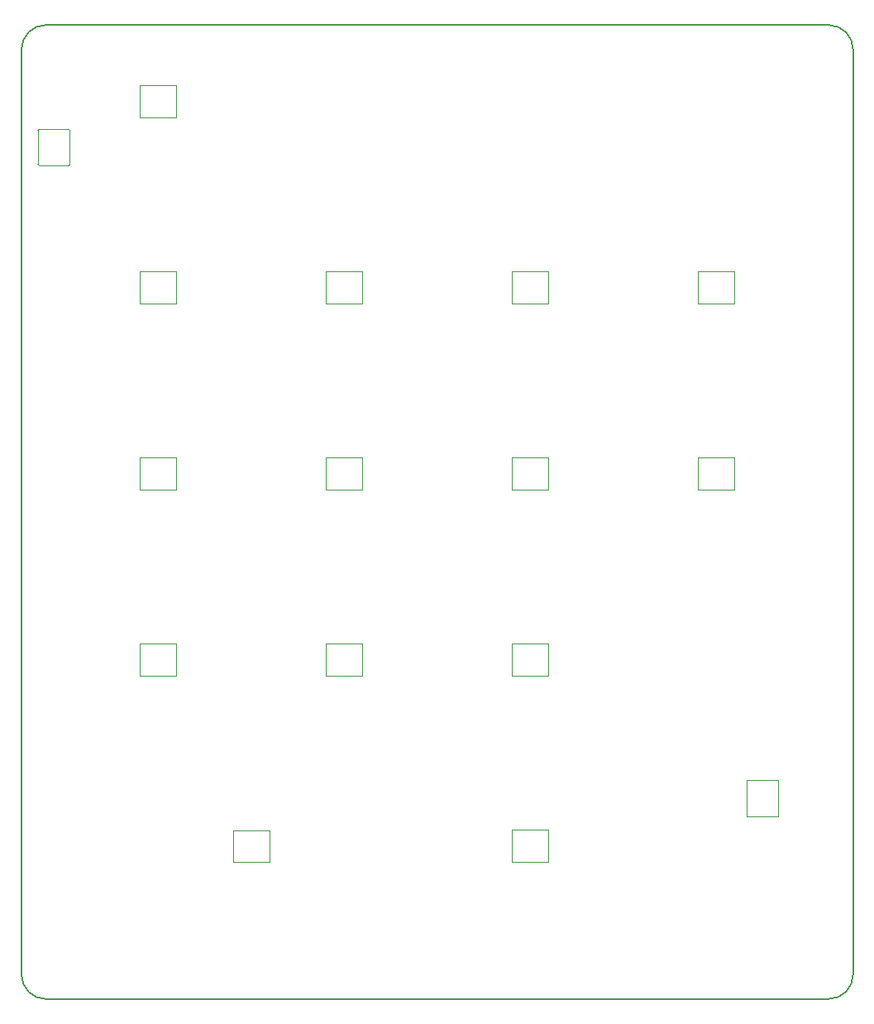
<source format=gko>
G04 Layer: BoardOutlineLayer*
G04 EasyEDA v6.5.48, 2025-01-23 00:24:19*
G04 679677d7e51945128001c62092012e12,98668e1c1e3843b3a942620e40044077,10*
G04 Gerber Generator version 0.2*
G04 Scale: 100 percent, Rotated: No, Reflected: No *
G04 Dimensions in inches *
G04 leading zeros omitted , absolute positions ,3 integer and 6 decimal *
%FSLAX36Y36*%
%MOIN*%

%ADD10C,0.0050*%
%ADD11C,0.0010*%
D10*
X10835Y228841D02*
G01*
X10835Y3957159D01*
X3264740Y130416D02*
G01*
X109259Y130416D01*
X3363164Y3957159D02*
G01*
X3363164Y228841D01*
X109259Y4055583D02*
G01*
X3264740Y4055583D01*
G75*
G01*
X3264740Y4055584D02*
G02*
X3363165Y3957159I0J-98425D01*
G75*
G01*
X3363165Y228841D02*
G02*
X3264740Y130416I-98425J0D01*
G75*
G01*
X109260Y130416D02*
G02*
X10835Y228841I0J98425D01*
G75*
G01*
X10835Y3957159D02*
G02*
X109260Y4055584I98425J0D01*
D11*
X487515Y2311495D02*
G01*
X487515Y2183494D01*
X487515Y2183494D02*
G01*
X633515Y2183494D01*
X633515Y2183494D02*
G01*
X633515Y2311495D01*
X633515Y2311495D02*
G01*
X487515Y2311495D01*
X1237515Y2311495D02*
G01*
X1237515Y2183494D01*
X1237515Y2183494D02*
G01*
X1383515Y2183494D01*
X1383515Y2183494D02*
G01*
X1383515Y2311495D01*
X1383515Y2311495D02*
G01*
X1237515Y2311495D01*
X1987515Y2311495D02*
G01*
X1987515Y2183494D01*
X1987515Y2183494D02*
G01*
X2133515Y2183494D01*
X2133515Y2183494D02*
G01*
X2133515Y2311495D01*
X2133515Y2311495D02*
G01*
X1987515Y2311495D01*
X2737615Y2311495D02*
G01*
X2737615Y2183494D01*
X2737615Y2183494D02*
G01*
X2883616Y2183494D01*
X2883616Y2183494D02*
G01*
X2883616Y2311495D01*
X2883616Y2311495D02*
G01*
X2737615Y2311495D01*
X487515Y1561495D02*
G01*
X487515Y1433494D01*
X487515Y1433494D02*
G01*
X633515Y1433494D01*
X633515Y1433494D02*
G01*
X633515Y1561495D01*
X633515Y1561495D02*
G01*
X487515Y1561495D01*
X1237515Y1561495D02*
G01*
X1237515Y1433494D01*
X1237515Y1433494D02*
G01*
X1383515Y1433494D01*
X1383515Y1433494D02*
G01*
X1383515Y1561495D01*
X1383515Y1561495D02*
G01*
X1237515Y1561495D01*
X1987515Y1561495D02*
G01*
X1987515Y1433494D01*
X1987515Y1433494D02*
G01*
X2133515Y1433494D01*
X2133515Y1433494D02*
G01*
X2133515Y1561495D01*
X2133515Y1561495D02*
G01*
X1987515Y1561495D01*
X3061485Y1012474D02*
G01*
X2933485Y1012474D01*
X2933485Y1012474D02*
G01*
X2933485Y866473D01*
X2933485Y866473D02*
G01*
X3061485Y866473D01*
X3061485Y866473D02*
G01*
X3061485Y1012474D01*
X864116Y810095D02*
G01*
X864116Y682094D01*
X864116Y682094D02*
G01*
X1010115Y682094D01*
X1010115Y682094D02*
G01*
X1010115Y810095D01*
X1010115Y810095D02*
G01*
X864116Y810095D01*
X1987515Y811494D02*
G01*
X1987515Y683494D01*
X1987515Y683494D02*
G01*
X2133515Y683494D01*
X2133515Y683494D02*
G01*
X2133515Y811494D01*
X2133515Y811494D02*
G01*
X1987515Y811494D01*
X487538Y3811570D02*
G01*
X487538Y3683571D01*
X487538Y3683571D02*
G01*
X633537Y3683571D01*
X633537Y3683571D02*
G01*
X633537Y3811570D01*
X633537Y3811570D02*
G01*
X487538Y3811570D01*
X487538Y3061554D02*
G01*
X487538Y2933555D01*
X487538Y2933555D02*
G01*
X633537Y2933555D01*
X633537Y2933555D02*
G01*
X633537Y3061554D01*
X633537Y3061554D02*
G01*
X487538Y3061554D01*
X1237554Y3061554D02*
G01*
X1237554Y2933555D01*
X1237554Y2933555D02*
G01*
X1383554Y2933555D01*
X1383554Y2933555D02*
G01*
X1383554Y3061554D01*
X1383554Y3061554D02*
G01*
X1237554Y3061554D01*
X1987569Y3061554D02*
G01*
X1987569Y2933555D01*
X1987569Y2933555D02*
G01*
X2133569Y2933555D01*
X2133569Y2933555D02*
G01*
X2133569Y3061554D01*
X2133569Y3061554D02*
G01*
X1987569Y3061554D01*
X2737586Y3061554D02*
G01*
X2737586Y2933555D01*
X2737586Y2933555D02*
G01*
X2883585Y2933555D01*
X2883585Y2933555D02*
G01*
X2883585Y3061554D01*
X2883585Y3061554D02*
G01*
X2737586Y3061554D01*
X81570Y3636457D02*
G01*
X199679Y3636457D01*
G75*
G01*
X199680Y3636458D02*
G02*
X204680Y3631458I0J-5000D01*
X204679Y3631457D02*
G01*
X204679Y3493663D01*
G75*
G01*
X204680Y3493663D02*
G02*
X199680Y3488663I-5000J0D01*
X199679Y3488663D02*
G01*
X81570Y3488663D01*
G75*
G01*
X81570Y3488663D02*
G02*
X76570Y3493663I0J5000D01*
X76570Y3493663D02*
G01*
X76570Y3631457D01*
G75*
G01*
X76570Y3631458D02*
G02*
X81570Y3636458I5000J0D01*
X81570Y3636457D02*
G01*
X81570Y3636457D01*

%LPD*%
M02*

</source>
